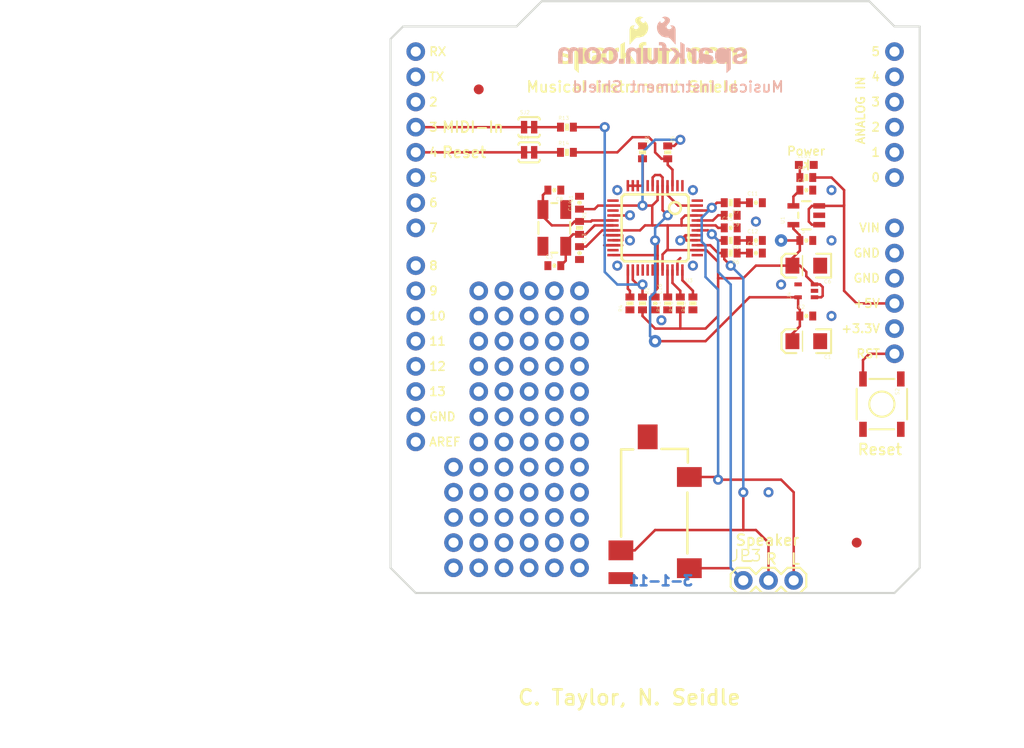
<source format=kicad_pcb>
(kicad_pcb (version 20211014) (generator pcbnew)
  (layers (0 "F.Cu" signal) (31 "B.Cu" signal) (34 "B.Paste" user) (35 "F.Paste" user) (36 "B.SilkS" user "B.Silkscreen") (37 "F.SilkS" user "F.Silkscreen") (38 "B.Mask" user) (39 "F.Mask" user) (44 "Edge.Cuts" user))
  (net 0 "")
  (net 1 "GND")
  (net 2 "VCC")
  (net 3 "N$6")
  (net 4 "N$9")
  (net 5 "N$10")
  (net 6 "RESET")
  (net 7 "RX")
  (net 8 "LEFT")
  (net 9 "RIGHT")
  (net 10 "GBUF")
  (net 11 "N$1")
  (net 12 "GPIO0")
  (net 13 "GPIO1")
  (net 14 "N$2")
  (net 15 "N$5")
  (net 16 "N$3")
  (net 17 "N$130")
  (net 18 "N$131")
  (net 19 "N$132")
  (net 20 "N$133")
  (net 21 "N$4")
  (net 22 "N$16")
  (net 23 "N$17")
  (net 24 "N$18")
  (net 25 "N$19")
  (net 26 "N$20")
  (net 27 "N$28")
  (net 28 "N$29")
  (net 29 "N$30")
  (net 30 "N$31")
  (net 31 "N$32")
  (net 32 "N$40")
  (net 33 "N$41")
  (net 34 "N$42")
  (net 35 "N$43")
  (net 36 "N$44")
  (net 37 "N$52")
  (net 38 "N$53")
  (net 39 "N$54")
  (net 40 "N$55")
  (net 41 "N$56")
  (net 42 "N$64")
  (net 43 "N$65")
  (net 44 "N$66")
  (net 45 "N$67")
  (net 46 "N$68")
  (net 47 "N$76")
  (net 48 "N$77")
  (net 49 "N$78")
  (net 50 "N$79")
  (net 51 "N$80")
  (net 52 "N$88")
  (net 53 "N$89")
  (net 54 "N$90")
  (net 55 "N$91")
  (net 56 "N$92")
  (net 57 "N$100")
  (net 58 "N$101")
  (net 59 "N$102")
  (net 60 "N$103")
  (net 61 "N$104")
  (net 62 "N$112")
  (net 63 "N$113")
  (net 64 "N$114")
  (net 65 "N$115")
  (net 66 "N$116")
  (net 67 "3.3V")
  (net 68 "1.8V")
  (net 69 "ARST")
  (net 70 "N$70")
  (net 71 "G1")
  (net 72 "G2")
  (net 73 "N$73")
  (net 74 "N$95")
  (net 75 "N$96")
  (net 76 "N$97")
  (net 77 "N$99")
  (net 78 "N$105")
  (net 79 "N$106")
  (net 80 "N$107")
  (net 81 "N$110")
  (net 82 "N$111")
  (net 83 "N$122")
  (net 84 "N$123")
  (net 85 "N$124")
  (net 86 "N$125")
  (net 87 "N$126")
  (net 88 "N$127")
  (net 89 "N$7")
  (net 90 "N$11")
  (net 91 "N$13")
  (net 92 "N$8")
  (footprint "boardEagle:0402-RES" (layer "F.Cu") (at 151.0411 105.6386 90)
    (fp_text reference "R10")
    (fp_text value "100k")
  )
  (footprint "boardEagle:0402-RES" (layer "F.Cu") (at 139.6111 90.3986)
    (fp_text reference "R14")
    (fp_text value "1K")
  )
  (footprint "boardEagle:0402-CAP" (layer "F.Cu") (at 148.5011 105.6386 -90)
    (fp_text reference "C16")
    (fp_text value "0.1uF")
  )
  (footprint "boardEagle:DUEMILANOVE_SHIELD" (layer "F.Cu") (at 121.8311 134.8486)
    (fp_text reference "U2" hide)
    (fp_text value "ARDUINO_SHIELD" hide)
  )
  (footprint "boardEagle:EIA3216" (layer "F.Cu") (at 163.7411 101.8286 180)
    (fp_text reference "C6")
    (fp_text value "10uF")
  )
  (footprint "boardEagle:LQFP-48" (layer "F.Cu") (at 148.5011 98.0186 180)
    (fp_text reference "U3")
    (fp_text value "VS1053")
  )
  (footprint "boardEagle:0402-CAP" (layer "F.Cu") (at 140.8811 95.4786 90)
    (fp_text reference "C14")
    (fp_text value "0.1uF")
  )
  (footprint "boardEagle:0402-RES" (layer "F.Cu") (at 156.1211 100.5586 180)
    (fp_text reference "R6")
    (fp_text value "20")
  )
  (footprint "boardEagle:0402-CAP" (layer "F.Cu") (at 158.6611 100.5586)
    (fp_text reference "C10")
    (fp_text value "10nF")
  )
  (footprint "boardEagle:0402-CAP" (layer "F.Cu") (at 138.3411 101.8286)
    (fp_text reference "C3")
    (fp_text value "22pF")
  )
  (footprint "boardEagle:0402-CAP" (layer "F.Cu") (at 156.1211 96.7486 180)
    (fp_text reference "C9")
    (fp_text value "1.0uF")
  )
  (footprint "boardEagle:TACTILE_SWITCH_SMD" (layer "F.Cu") (at 171.3611 115.7986 -90)
    (fp_text reference "S2")
    (fp_text value "Reset")
  )
  (footprint "boardEagle:0402-RES" (layer "F.Cu") (at 152.3111 105.6386 90)
    (fp_text reference "R12")
    (fp_text value "100k")
  )
  (footprint "boardEagle:0402-CAP" (layer "F.Cu") (at 156.1211 98.0186)
    (fp_text reference "C15")
    (fp_text value "0.1uF")
  )
  (footprint "boardEagle:FIDUCIAL-1X2" (layer "F.Cu") (at 130.7211 84.0486)
    (fp_text reference "U$5" hide)
    (fp_text value "FIDUCIAL1X2" hide)
  )
  (footprint "boardEagle:0402-RES" (layer "F.Cu") (at 149.7711 90.3986 -90)
    (fp_text reference "R5")
    (fp_text value "100k")
  )
  (footprint "boardEagle:LED-0603" (layer "F.Cu") (at 163.7411 91.6686 -90)
    (fp_text reference "LED1")
    (fp_text value "Power")
  )
  (footprint "boardEagle:SC70" (layer "F.Cu") (at 163.7411 104.3686 90)
    (fp_text reference "U4")
    (fp_text value "1.8V")
  )
  (footprint "boardEagle:0402-RES" (layer "F.Cu") (at 149.7711 105.6386 90)
    (fp_text reference "R11")
    (fp_text value "100k")
  )
  (footprint "boardEagle:FIDUCIAL-1X2" (layer "F.Cu") (at 168.8211 129.7686)
    (fp_text reference "U$4" hide)
    (fp_text value "FIDUCIAL1X2" hide)
  )
  (footprint "boardEagle:0402-RES" (layer "F.Cu") (at 156.1211 95.4786 180)
    (fp_text reference "R7")
    (fp_text value "20")
  )
  (footprint "boardEagle:SFE-NEW-WEBLOGO" (layer "F.Cu") (at 138.7221 82.3976)
    (fp_text reference "U$7" hide)
    (fp_text value "LOGO-SFENEW" hide)
  )
  (footprint "boardEagle:0402-RES" (layer "F.Cu") (at 140.8811 98.0186 -90)
    (fp_text reference "R1")
    (fp_text value "1M")
  )
  (footprint "boardEagle:CRYSTAL-SMD-5X3" (layer "F.Cu") (at 138.3411 98.0186 -90)
    (fp_text reference "Q1")
    (fp_text value "12.288MHz")
  )
  (footprint "boardEagle:0402-RES" (layer "F.Cu") (at 139.6111 87.8586)
    (fp_text reference "R13")
    (fp_text value "1K")
  )
  (footprint "boardEagle:SJ_2S-TRACE" (layer "F.Cu") (at 135.8011 90.3986)
    (fp_text reference "SJ1")
    (fp_text value "NC")
  )
  (footprint "boardEagle:0402-RES" (layer "F.Cu") (at 145.9611 105.6386 90)
    (fp_text reference "R4")
    (fp_text value "100k")
  )
  (footprint "boardEagle:0402-CAP" (layer "F.Cu") (at 163.7411 94.2086)
    (fp_text reference "C4")
    (fp_text value "470pF")
  )
  (footprint "boardEagle:0402-CAP" (layer "F.Cu") (at 158.6611 99.2886)
    (fp_text reference "C12")
    (fp_text value "47nF")
  )
  (footprint "boardEagle:0402-CAP" (layer "F.Cu") (at 158.6611 95.4786)
    (fp_text reference "C11")
    (fp_text value "10nF")
  )
  (footprint "boardEagle:0402-RES" (layer "F.Cu") (at 147.2311 105.6386 -90)
    (fp_text reference "R2")
    (fp_text value "100k")
  )
  (footprint "boardEagle:0402-RES" (layer "F.Cu") (at 147.2311 90.3986 -90)
    (fp_text reference "R3")
    (fp_text value "100k")
  )
  (footprint "boardEagle:0402-RES" (layer "F.Cu") (at 163.7411 92.9386)
    (fp_text reference "R8")
    (fp_text value "330")
  )
  (footprint "boardEagle:AUDIO-JACK-3.5MM-SMD" (layer "F.Cu") (at 148.5011 134.8486 90)
    (fp_text reference "U5" hide)
    (fp_text value "" hide)
  )
  (footprint "boardEagle:0402-CAP" (layer "F.Cu") (at 163.7411 99.2886)
    (fp_text reference "C5")
    (fp_text value "0.1uF")
  )
  (footprint "boardEagle:0402-RES" (layer "F.Cu") (at 156.1211 99.2886 180)
    (fp_text reference "R9")
    (fp_text value "10")
  )
  (footprint "boardEagle:0402-CAP" (layer "F.Cu") (at 140.8811 100.5586 -90)
    (fp_text reference "C13")
    (fp_text value "0.1uF")
  )
  (footprint "boardEagle:SOT23-5" (layer "F.Cu") (at 163.7411 96.7486 90)
    (fp_text reference "U1")
    (fp_text value "3.3V")
  )
  (footprint "boardEagle:0402-CAP" (layer "F.Cu") (at 163.7411 106.9086)
    (fp_text reference "C2")
    (fp_text value "0.1uF")
  )
  (footprint "boardEagle:SJ_2S-TRACE" (layer "F.Cu") (at 135.8011 87.8586)
    (fp_text reference "SJ2")
    (fp_text value "NC")
  )
  (footprint "boardEagle:1X03" (layer "F.Cu") (at 157.3911 133.5786)
    (fp_text reference "JP3")
    (fp_text value "External Speaker")
  )
  (footprint "boardEagle:0402-CAP" (layer "F.Cu") (at 138.3411 94.2086 180)
    (fp_text reference "C8")
    (fp_text value "22pF")
  )
  (footprint "boardEagle:EIA3216" (layer "F.Cu") (at 163.7411 109.4486 180)
    (fp_text reference "C1")
    (fp_text value "10uF")
  )
  (footprint "boardEagle:CREATIVE_COMMONS" (layer "F.Cu") (at 102.7811 146.2786)
    (fp_text reference "U$3" hide)
    (fp_text value "CREATIVE_COMMONS" hide)
  )
  (footprint "boardEagle:PAD.03X.05" (layer "B.Cu") (at 161.2011 99.2886 180)
    (fp_text reference "TP1" hide)
    (fp_text value "" hide)
  )
  (footprint "boardEagle:SFE-NEW-WEBLOGO" (layer "B.Cu") (at 157.7721 82.3976 180)
    (fp_text reference "U$8" hide)
    (fp_text value "LOGO-SFENEW" hide)
  )
  (footprint "boardEagle:PAD.03X.05" (layer "B.Cu") (at 148.5011 109.4486 180)
    (fp_text reference "TP2" hide)
    (fp_text value "" hide)
  )
  (gr_line (start 172.6311 77.6986) (end 175.1711 77.6986) (layer "Edge.Cuts") (width 0.2032))
  (gr_line (start 175.1711 77.6986) (end 175.1711 132.3086) (layer "Edge.Cuts") (width 0.2032))
  (gr_line (start 123.1011 77.6986) (end 134.5311 77.6986) (layer "Edge.Cuts") (width 0.2032))
  (gr_line (start 121.8311 132.3086) (end 121.8311 78.9686) (layer "Edge.Cuts") (width 0.2032))
  (gr_line (start 170.0911 75.1586) (end 172.6311 77.6986) (layer "Edge.Cuts") (width 0.2032))
  (gr_line (start 137.0711 75.1586) (end 170.0911 75.1586) (layer "Edge.Cuts") (width 0.2032))
  (gr_line (start 175.1711 132.3086) (end 172.6311 134.8486) (layer "Edge.Cuts") (width 0.2032))
  (gr_line (start 121.8311 78.9686) (end 123.1011 77.6986) (layer "Edge.Cuts") (width 0.2032))
  (gr_line (start 172.6311 134.8486) (end 124.3711 134.8486) (layer "Edge.Cuts") (width 0.2032))
  (gr_line (start 134.5311 77.6986) (end 137.0711 75.1586) (layer "Edge.Cuts") (width 0.2032))
  (gr_line (start 124.3711 134.8486) (end 121.8311 132.3086) (layer "Edge.Cuts") (width 0.2032))
  (gr_text "3-1-11" (at 152.4381 134.2136) (layer "B.Cu") (effects (font (size 1.016 1.016) (thickness 0.254)) (justify left bottom mirror)))
  (gr_text "Musical Instrument Shield" (at 161.5821 84.4296) (layer "B.SilkS") (effects (font (size 1.0795 1.0795) (thickness 0.1905)) (justify left bottom mirror)))
  (gr_text "L" (at 162.0901 132.0546) (layer "F.SilkS") (effects (font (size 1.0795 1.0795) (thickness 0.1905)) (justify left bottom)))
  (gr_text "Reset" (at 126.9111 91.0336) (layer "F.SilkS") (effects (font (size 1.0795 1.0795) (thickness 0.1905)) (justify left bottom)))
  (gr_text "R" (at 159.5501 132.0546) (layer "F.SilkS") (effects (font (size 1.0795 1.0795) (thickness 0.1905)) (justify left bottom)))
  (gr_text "Speaker" (at 156.5021 130.1496) (layer "F.SilkS") (effects (font (size 1.0795 1.0795) (thickness 0.1905)) (justify left bottom)))
  (gr_text "C. Taylor, N. Seidle" (at 134.5311 146.2786) (layer "F.SilkS") (effects (font (size 1.5113 1.5113) (thickness 0.2667)) (justify left bottom)))
  (gr_text "Power" (at 161.7091 90.7796) (layer "F.SilkS") (effects (font (size 0.8636 0.8636) (thickness 0.1524)) (justify left bottom)))
  (gr_text "Musical Instrument Shield" (at 135.4201 84.4296) (layer "F.SilkS") (effects (font (size 1.0795 1.0795) (thickness 0.1905)) (justify left bottom)))
  (gr_text "-" (at 157.0101 132.1816) (layer "F.SilkS") (effects (font (size 1.0795 1.0795) (thickness 0.1905)) (justify left bottom)))
  (gr_text "Reset" (at 168.8211 121.0056) (layer "F.SilkS") (effects (font (size 1.0795 1.0795) (thickness 0.1905)) (justify left bottom)))
  (gr_text "MIDI-In" (at 126.9111 88.4936) (layer "F.SilkS") (effects (font (size 1.0795 1.0795) (thickness 0.1905)) (justify left bottom)))
  (segment (start 151.5611 98.7686) (end 151.5611 99.1736) (width 0.254) (layer "F.Cu") (net 1))
  (segment (start 151.5611 99.1736) (end 151.6761 99.2886) (width 0.254) (layer "F.Cu") (net 1))
  (segment (start 145.1791 99.2686) (end 145.1991 99.2886) (width 0.254) (layer "F.Cu") (net 1))
  (segment (start 145.9411 96.7686) (end 145.9611 96.7486) (width 0.254) (layer "F.Cu") (net 1))
  (segment (start 143.3621 99.7766) (end 145.1791 99.7766) (width 0.254) (layer "F.Cu") (net 1))
  (segment (start 145.9611 99.2886) (end 145.9411 99.2686) (width 0.254) (layer "F.Cu") (net 1))
  (segment (start 151.0411 99.2886) (end 151.5611 98.7686) (width 0.254) (layer "F.Cu") (net 1))
  (segment (start 144.2511 96.7686) (end 145.9411 96.7686) (width 0.254) (layer "F.Cu") (net 1))
  (segment (start 145.1791 99.2686) (end 145.1791 98.7606) (width 0.254) (layer "F.Cu") (net 1))
  (segment (start 144.2511 99.2686) (end 145.1791 99.2686) (width 0.254) (layer "F.Cu") (net 1))
  (segment (start 150.7511 101.3566) (end 151.0411 101.0666) (width 0.254) (layer "F.Cu") (net 1))
  (segment (start 149.7511 94.6966) (end 150.8231 95.7686) (width 0.254) (layer "F.Cu") (net 1))
  (segment (start 150.7511 102.2686) (end 150.7511 101.3566) (width 0.254) (layer "F.Cu") (net 1))
  (segment (start 151.6961 98.7606) (end 152.7511 98.7606) (width 0.254) (layer "F.Cu") (net 1))
  (segment (start 151.6961 99.2686) (end 152.7511 99.2686) (width 0.254) (layer "F.Cu") (net 1))
  (segment (start 151.6761 99.2886) (end 151.6961 99.2686) (width 0.254) (layer "F.Cu") (net 1))
  (segment (start 150.8231 95.7686) (end 152.7511 95.7686) (width 0.254) (layer "F.Cu") (net 1))
  (segment (start 145.1791 98.7606) (end 143.3621 98.7606) (width 0.254) (layer "F.Cu") (net 1))
  (segment (start 149.7511 94.6966) (end 149.7511 93.7686) (width 0.254) (layer "F.Cu") (net 1))
  (via (at 152.3111 94.2086) (size 1.016) (drill 0.508) (layers "F.Cu" "B.Cu") (net 1))
  (via (at 161.2011 103.7336) (size 1.016) (drill 0.508) (layers "F.Cu" "B.Cu") (net 1))
  (via (at 166.2811 106.9086) (size 1.016) (drill 0.508) (layers "F.Cu" "B.Cu") (net 1))
  (via (at 166.2811 99.2886) (size 1.016) (drill 0.508) (layers "F.Cu" "B.Cu") (net 1))
  (via (at 152.3111 101.8286) (size 1.016) (drill 0.508) (layers "F.Cu" "B.Cu") (net 1))
  (via (at 145.9611 96.7486) (size 1.016) (drill 0.508) (layers "F.Cu" "B.Cu") (net 1))
  (via (at 159.9311 124.6886) (size 1.016) (drill 0.508) (layers "F.Cu" "B.Cu") (net 1))
  (via (at 144.6911 94.2086) (size 1.016) (drill 0.508) (layers "F.Cu" "B.Cu") (net 1))
  (via (at 166.2811 94.2086) (size 1.016) (drill 0.508) (layers "F.Cu" "B.Cu") (net 1))
  (via (at 149.1361 107.3404) (size 1.016) (drill 0.508) (layers "F.Cu" "B.Cu") (net 1))
  (via (at 144.6911 101.8286) (size 1.016) (drill 0.508) (layers "F.Cu" "B.Cu") (net 1))
  (via (at 151.0411 99.2886) (size 1.016) (drill 0.508) (layers "F.Cu" "B.Cu") (net 1))
  (via (at 158.6611 97.3836) (size 1.016) (drill 0.508) (layers "F.Cu" "B.Cu") (net 1))
  (via (at 145.9611 99.2886) (size 1.016) (drill 0.508) (layers "F.Cu" "B.Cu") (net 1))
  (segment (start 167.4851 95.7986) (end 165.0412 95.7986) (width 0.254) (layer "F.Cu") (net 2))
  (segment (start 167.5511 95.7326) (end 167.5511 94.2086) (width 0.254) (layer "F.Cu") (net 2))
  (segment (start 166.2811 92.9386) (end 164.3911 92.9386) (width 0.254) (layer "F.Cu") (net 2))
  (segment (start 167.5511 95.7326) (end 167.4851 95.7986) (width 0.254) (layer "F.Cu") (net 2))
  (segment (start 163.9951 96.1136) (end 163.9951 97.3836) (width 0.254) (layer "F.Cu") (net 2))
  (segment (start 164.3101 95.7986) (end 163.9951 96.1136) (width 0.254) (layer "F.Cu") (net 2))
  (segment (start 167.5511 104.3686) (end 167.5511 95.7326) (width 0.254) (layer "F.Cu") (net 2))
  (segment (start 168.8211 105.6386) (end 167.5511 104.3686) (width 0.254) (layer "F.Cu") (net 2))
  (segment (start 165.0412 95.7986) (end 164.3101 95.7986) (width 0.254) (layer "F.Cu") (net 2))
  (segment (start 163.9951 97.3836) (end 164.3101 97.6986) (width 0.254) (layer "F.Cu") (net 2))
  (segment (start 168.8211 105.6386) (end 172.6311 105.6386) (width 0.254) (layer "F.Cu") (net 2))
  (segment (start 167.5511 94.2086) (end 166.2811 92.9386) (width 0.254) (layer "F.Cu") (net 2))
  (segment (start 164.3101 97.6986) (end 165.0412 97.6986) (width 0.254) (layer "F.Cu") (net 2))
  (segment (start 163.0911 92.9386) (end 163.0911 91.7686) (width 0.254) (layer "F.Cu") (net 3))
  (segment (start 163.0911 91.7686) (end 162.9911 91.6686) (width 0.254) (layer "F.Cu") (net 3))
  (segment (start 141.5011 98.6686) (end 142.4011 97.7686) (width 0.254) (layer "F.Cu") (net 4))
  (segment (start 140.8811 98.6686) (end 141.5011 98.6686) (width 0.254) (layer "F.Cu") (net 4))
  (segment (start 139.6111 99.7486) (end 139.6111 99.2886) (width 0.254) (layer "F.Cu") (net 4))
  (segment (start 140.2311 98.6686) (end 140.8811 98.6686) (width 0.254) (layer "F.Cu") (net 4))
  (segment (start 139.4911 99.8686) (end 139.4911 101.3286) (width 0.254) (layer "F.Cu") (net 4))
  (segment (start 139.4911 101.3286) (end 138.9911 101.8286) (width 0.254) (layer "F.Cu") (net 4))
  (segment (start 139.6111 99.2886) (end 140.2311 98.6686) (width 0.254) (layer "F.Cu") (net 4))
  (segment (start 142.4011 97.7686) (end 144.2511 97.7686) (width 0.254) (layer "F.Cu") (net 4))
  (segment (start 139.4911 99.8686) (end 139.6111 99.7486) (width 0.254) (layer "F.Cu") (net 4))
  (segment (start 138.0871 97.7646) (end 137.0711 96.7486) (width 0.254) (layer "F.Cu") (net 5))
  (segment (start 137.0711 96.2886) (end 137.1911 96.1686) (width 0.254) (layer "F.Cu") (net 5))
  (segment (start 142.0391 97.3686) (end 142.1391 97.2686) (width 0.254) (layer "F.Cu") (net 5))
  (segment (start 137.0711 96.7486) (end 137.0711 96.2886) (width 0.254) (layer "F.Cu") (net 5))
  (segment (start 137.1911 94.7086) (end 137.6911 94.2086) (width 0.254) (layer "F.Cu") (net 5))
  (segment (start 140.8811 97.3686) (end 142.0391 97.3686) (width 0.254) (layer "F.Cu") (net 5))
  (segment (start 137.1911 96.1686) (end 137.1911 94.7086) (width 0.254) (layer "F.Cu") (net 5))
  (segment (start 138.0871 97.7646) (end 139.9921 97.7646) (width 0.254) (layer "F.Cu") (net 5))
  (segment (start 142.1391 97.2686) (end 144.2511 97.2686) (width 0.254) (layer "F.Cu") (net 5))
  (segment (start 139.9921 97.7646) (end 140.3881 97.3686) (width 0.254) (layer "F.Cu") (net 5))
  (segment (start 140.3881 97.3686) (end 140.8811 97.3686) (width 0.254) (layer "F.Cu") (net 5))
  (segment (start 144.6911 90.3986) (end 146.2151 88.8746) (width 0.254) (layer "F.Cu") (net 6))
  (segment (start 148.5011 90.3986) (end 149.1511 91.0486) (width 0.254) (layer "F.Cu") (net 6))
  (segment (start 147.8661 88.8746) (end 148.5011 89.5096) (width 0.254) (layer "F.Cu") (net 6))
  (segment (start 149.7711 91.6686) (end 150.2511 92.1486) (width 0.254) (layer "F.Cu") (net 6))
  (segment (start 146.2151 88.8746) (end 147.8661 88.8746) (width 0.254) (layer "F.Cu") (net 6))
  (segment (start 149.1511 91.0486) (end 149.7711 91.0486) (width 0.254) (layer "F.Cu") (net 6))
  (segment (start 148.5011 89.5096) (end 148.5011 90.3986) (width 0.254) (layer "F.Cu") (net 6))
  (segment (start 149.7711 91.0486) (end 149.7711 91.6686) (width 0.254) (layer "F.Cu") (net 6))
  (segment (start 140.2611 90.3986) (end 144.6911 90.3986) (width 0.254) (layer "F.Cu") (net 6))
  (segment (start 150.2511 92.1486) (end 150.2511 93.7686) (width 0.254) (layer "F.Cu") (net 6))
  (segment (start 143.4211 87.8586) (end 140.2611 87.8586) (width 0.254) (layer "F.Cu") (net 7))
  (segment (start 146.2511 103.2616) (end 146.2511 102.2686) (width 0.254) (layer "F.Cu") (net 7))
  (segment (start 147.2311 103.7336) (end 146.7231 103.7336) (width 0.254) (layer "F.Cu") (net 7))
  (segment (start 146.7231 103.7336) (end 146.2511 103.2616) (width 0.254) (layer "F.Cu") (net 7))
  (segment (start 147.2311 103.7336) (end 147.2311 104.9886) (width 0.254) (layer "F.Cu") (net 7))
  (via (at 143.4211 87.8586) (size 1.016) (drill 0.508) (layers "F.Cu" "B.Cu") (net 7))
  (via (at 147.2311 103.7336) (size 1.016) (drill 0.508) (layers "F.Cu" "B.Cu") (net 7))
  (segment (start 143.4211 102.4636) (end 144.6911 103.7336) (width 0.254) (layer "B.Cu") (net 7))
  (segment (start 144.6911 103.7336) (end 147.2311 103.7336) (width 0.254) (layer "B.Cu") (net 7))
  (segment (start 143.4211 102.4636) (end 143.4211 87.8586) (width 0.254) (layer "B.Cu") (net 7))
  (segment (start 151.9511 123.1486) (end 154.5811 123.1486) (width 0.254) (layer "F.Cu") (net 8))
  (segment (start 154.2161 95.9866) (end 153.9341 96.2686) (width 0.254) (layer "F.Cu") (net 8))
  (segment (start 154.7241 95.4786) (end 155.4711 95.4786) (width 0.254) (layer "F.Cu") (net 8))
  (segment (start 153.9341 96.2686) (end 152.7511 96.2686) (width 0.254) (layer "F.Cu") (net 8))
  (segment (start 161.2011 123.4186) (end 162.4711 124.6886) (width 0.254) (layer "F.Cu") (net 8))
  (segment (start 154.5811 123.1486) (end 154.8511 123.4186) (width 0.254) (layer "F.Cu") (net 8))
  (segment (start 162.4711 124.6886) (end 162.4711 133.5786) (width 0.254) (layer "F.Cu") (net 8))
  (segment (start 154.8511 123.4186) (end 161.2011 123.4186) (width 0.254) (layer "F.Cu") (net 8))
  (segment (start 154.2161 95.9866) (end 154.7241 95.4786) (width 0.254) (layer "F.Cu") (net 8))
  (via (at 154.2161 95.9866) (size 1.016) (drill 0.508) (layers "F.Cu" "B.Cu") (net 8))
  (via (at 154.8511 123.4186) (size 1.016) (drill 0.508) (layers "F.Cu" "B.Cu") (net 8))
  (segment (start 153.2001 99.4156) (end 153.2001 97.0026) (width 0.254) (layer "B.Cu") (net 8))
  (segment (start 153.2001 97.0026) (end 154.2161 95.9866) (width 0.254) (layer "B.Cu") (net 8))
  (segment (start 153.5811 102.9716) (end 153.5811 99.7966) (width 0.254) (layer "B.Cu") (net 8))
  (segment (start 154.8511 104.2416) (end 153.5811 102.9716) (width 0.254) (layer "B.Cu") (net 8))
  (segment (start 154.8511 123.4186) (end 154.8511 104.2416) (width 0.254) (layer "B.Cu") (net 8))
  (segment (start 153.5811 99.7966) (end 153.2001 99.4156) (width 0.254) (layer "B.Cu") (net 8))
  (segment (start 155.4711 100.5586) (end 154.8511 100.5586) (width 0.254) (layer "F.Cu") (net 9))
  (segment (start 157.3911 128.4986) (end 157.3911 124.6886) (width 0.254) (layer "F.Cu") (net 9))
  (segment (start 146.4511 130.5486) (end 148.5011 128.4986) (width 0.254) (layer "F.Cu") (net 9))
  (segment (start 154.0611 99.7686) (end 152.7511 99.7686) (width 0.254) (layer "F.Cu") (net 9))
  (segment (start 155.4711 101.1786) (end 155.4711 100.5586) (width 0.254) (layer "F.Cu") (net 9))
  (segment (start 148.5011 128.4986) (end 157.3911 128.4986) (width 0.254) (layer "F.Cu") (net 9))
  (segment (start 145.0511 130.5486) (end 146.4511 130.5486) (width 0.254) (layer "F.Cu") (net 9))
  (segment (start 158.6611 128.4986) (end 159.9311 129.7686) (width 0.254) (layer "F.Cu") (net 9))
  (segment (start 159.9311 129.7686) (end 159.9311 133.5786) (width 0.254) (layer "F.Cu") (net 9))
  (segment (start 154.8511 100.5586) (end 154.0611 99.7686) (width 0.254) (layer "F.Cu") (net 9))
  (segment (start 156.1211 101.8286) (end 155.4711 101.1786) (width 0.254) (layer "F.Cu") (net 9))
  (segment (start 157.3911 128.4986) (end 158.6611 128.4986) (width 0.254) (layer "F.Cu") (net 9))
  (via (at 157.3911 124.6886) (size 1.016) (drill 0.508) (layers "F.Cu" "B.Cu") (net 9))
  (via (at 156.1211 101.8286) (size 1.016) (drill 0.508) (layers "F.Cu" "B.Cu") (net 9))
  (segment (start 157.3911 103.0986) (end 156.1211 101.8286) (width 0.254) (layer "B.Cu") (net 9))
  (segment (start 157.3911 124.6886) (end 157.3911 103.0986) (width 0.254) (layer "B.Cu") (net 9))
  (segment (start 154.2161 98.6536) (end 154.8511 99.2886) (width 0.254) (layer "F.Cu") (net 10))
  (segment (start 156.1611 132.3486) (end 157.3911 133.5786) (width 0.254) (layer "F.Cu") (net 10))
  (segment (start 153.8311 98.2686) (end 152.7511 98.2686) (width 0.254) (layer "F.Cu") (net 10))
  (segment (start 151.9511 132.3486) (end 156.1611 132.3486) (width 0.254) (layer "F.Cu") (net 10))
  (segment (start 154.8511 99.2886) (end 155.4711 99.2886) (width 0.254) (layer "F.Cu") (net 10))
  (segment (start 154.2161 98.6536) (end 153.8311 98.2686) (width 0.254) (layer "F.Cu") (net 10))
  (via (at 154.2161 98.6536) (size 1.016) (drill 0.508) (layers "F.Cu" "B.Cu") (net 10))
  (segment (start 157.3911 133.5786) (end 156.1211 132.3086) (width 0.254) (layer "B.Cu") (net 10))
  (segment (start 154.8511 99.2886) (end 154.2161 98.6536) (width 0.254) (layer "B.Cu") (net 10))
  (segment (start 154.8511 102.4636) (end 154.8511 99.2886) (width 0.254) (layer "B.Cu") (net 10))
  (segment (start 156.1211 132.3086) (end 156.1211 103.7336) (width 0.254) (layer "B.Cu") (net 10))
  (segment (start 156.1211 103.7336) (end 154.8511 102.4636) (width 0.254) (layer "B.Cu") (net 10))
  (segment (start 154.8511 96.7486) (end 155.4711 96.7486) (width 0.254) (layer "F.Cu") (net 11))
  (segment (start 152.7511 97.2686) (end 154.3311 97.2686) (width 0.254) (layer "F.Cu") (net 11))
  (segment (start 154.3311 97.2686) (end 154.8511 96.7486) (width 0.254) (layer "F.Cu") (net 11))
  (segment (start 149.7511 104.9686) (end 149.7511 102.2686) (width 0.254) (layer "F.Cu") (net 12))
  (segment (start 149.7511 104.9686) (end 149.7711 104.9886) (width 0.254) (layer "F.Cu") (net 12))
  (segment (start 150.2511 103.5786) (end 150.2511 102.2686) (width 0.254) (layer "F.Cu") (net 13))
  (segment (start 151.0411 104.3686) (end 150.2511 103.5786) (width 0.254) (layer "F.Cu") (net 13))
  (segment (start 151.0411 104.9886) (end 151.0411 104.3686) (width 0.254) (layer "F.Cu") (net 13))
  (segment (start 156.7711 99.2886) (end 158.0111 99.2886) (width 0.254) (layer "F.Cu") (net 14))
  (segment (start 156.7711 95.4786) (end 158.0111 95.4786) (width 0.254) (layer "F.Cu") (net 15))
  (segment (start 156.7711 100.5586) (end 158.0111 100.5586) (width 0.254) (layer "F.Cu") (net 16))
  (via (at 130.7211 111.9886) (size 1.8796) (drill 1.016) (layers "F.Cu" "B.Cu") (net 17))
  (via (at 133.2611 111.9886) (size 1.8796) (drill 1.016) (layers "F.Cu" "B.Cu") (net 18))
  (via (at 135.8011 111.9886) (size 1.8796) (drill 1.016) (layers "F.Cu" "B.Cu") (net 19))
  (via (at 138.3411 111.9886) (size 1.8796) (drill 1.016) (layers "F.Cu" "B.Cu") (net 20))
  (via (at 140.8811 111.9886) (size 1.8796) (drill 1.016) (layers "F.Cu" "B.Cu") (net 21))
  (via (at 130.7211 114.5286) (size 1.8796) (drill 1.016) (layers "F.Cu" "B.Cu") (net 22))
  (via (at 133.2611 114.5286) (size 1.8796) (drill 1.016) (layers "F.Cu" "B.Cu") (net 23))
  (via (at 135.8011 114.5286) (size 1.8796) (drill 1.016) (layers "F.Cu" "B.Cu") (net 24))
  (via (at 138.3411 114.5286) (size 1.8796) (drill 1.016) (layers "F.Cu" "B.Cu") (net 25))
  (via (at 140.8811 114.5286) (size 1.8796) (drill 1.016) (layers "F.Cu" "B.Cu") (net 26))
  (via (at 130.7211 117.0686) (size 1.8796) (drill 1.016) (layers "F.Cu" "B.Cu") (net 27))
  (via (at 133.2611 117.0686) (size 1.8796) (drill 1.016) (layers "F.Cu" "B.Cu") (net 28))
  (via (at 135.8011 117.0686) (size 1.8796) (drill 1.016) (layers "F.Cu" "B.Cu") (net 29))
  (via (at 138.3411 117.0686) (size 1.8796) (drill 1.016) (layers "F.Cu" "B.Cu") (net 30))
  (via (at 140.8811 117.0686) (size 1.8796) (drill 1.016) (layers "F.Cu" "B.Cu") (net 31))
  (via (at 130.7211 119.6086) (size 1.8796) (drill 1.016) (layers "F.Cu" "B.Cu") (net 32))
  (via (at 133.2611 119.6086) (size 1.8796) (drill 1.016) (layers "F.Cu" "B.Cu") (net 33))
  (via (at 135.8011 119.6086) (size 1.8796) (drill 1.016) (layers "F.Cu" "B.Cu") (net 34))
  (via (at 138.3411 119.6086) (size 1.8796) (drill 1.016) (layers "F.Cu" "B.Cu") (net 35))
  (via (at 140.8811 119.6086) (size 1.8796) (drill 1.016) (layers "F.Cu" "B.Cu") (net 36))
  (via (at 130.7211 122.1486) (size 1.8796) (drill 1.016) (layers "F.Cu" "B.Cu") (net 37))
  (via (at 133.2611 122.1486) (size 1.8796) (drill 1.016) (layers "F.Cu" "B.Cu") (net 38))
  (via (at 135.8011 122.1486) (size 1.8796) (drill 1.016) (layers "F.Cu" "B.Cu") (net 39))
  (via (at 138.3411 122.1486) (size 1.8796) (drill 1.016) (layers "F.Cu" "B.Cu") (net 40))
  (via (at 140.8811 122.1486) (size 1.8796) (drill 1.016) (layers "F.Cu" "B.Cu") (net 41))
  (via (at 130.7211 124.6886) (size 1.8796) (drill 1.016) (layers "F.Cu" "B.Cu") (net 42))
  (via (at 133.2611 124.6886) (size 1.8796) (drill 1.016) (layers "F.Cu" "B.Cu") (net 43))
  (via (at 135.8011 124.6886) (size 1.8796) (drill 1.016) (layers "F.Cu" "B.Cu") (net 44))
  (via (at 138.3411 124.6886) (size 1.8796) (drill 1.016) (layers "F.Cu" "B.Cu") (net 45))
  (via (at 140.8811 124.6886) (size 1.8796) (drill 1.016) (layers "F.Cu" "B.Cu") (net 46))
  (via (at 130.7211 127.2286) (size 1.8796) (drill 1.016) (layers "F.Cu" "B.Cu") (net 47))
  (via (at 133.2611 127.2286) (size 1.8796) (drill 1.016) (layers "F.Cu" "B.Cu") (net 48))
  (via (at 135.8011 127.2286) (size 1.8796) (drill 1.016) (layers "F.Cu" "B.Cu") (net 49))
  (via (at 138.3411 127.2286) (size 1.8796) (drill 1.016) (layers "F.Cu" "B.Cu") (net 50))
  (via (at 140.8811 127.2286) (size 1.8796) (drill 1.016) (layers "F.Cu" "B.Cu") (net 51))
  (via (at 130.7211 129.7686) (size 1.8796) (drill 1.016) (layers "F.Cu" "B.Cu") (net 52))
  (via (at 133.2611 129.7686) (size 1.8796) (drill 1.016) (layers "F.Cu" "B.Cu") (net 53))
  (via (at 135.8011 129.7686) (size 1.8796) (drill 1.016) (layers "F.Cu" "B.Cu") (net 54))
  (via (at 138.3411 129.7686) (size 1.8796) (drill 1.016) (layers "F.Cu" "B.Cu") (net 55))
  (via (at 140.8811 129.7686) (size 1.8796) (drill 1.016) (layers "F.Cu" "B.Cu") (net 56))
  (via (at 130.7211 132.3086) (size 1.8796) (drill 1.016) (layers "F.Cu" "B.Cu") (net 57))
  (via (at 133.2611 132.3086) (size 1.8796) (drill 1.016) (layers "F.Cu" "B.Cu") (net 58))
  (via (at 135.8011 132.3086) (size 1.8796) (drill 1.016) (layers "F.Cu" "B.Cu") (net 59))
  (via (at 138.3411 132.3086) (size 1.8796) (drill 1.016) (layers "F.Cu" "B.Cu") (net 60))
  (via (at 140.8811 132.3086) (size 1.8796) (drill 1.016) (layers "F.Cu" "B.Cu") (net 61))
  (via (at 128.1811 122.1486) (size 1.8796) (drill 1.016) (layers "F.Cu" "B.Cu") (net 62))
  (via (at 128.1811 124.6886) (size 1.8796) (drill 1.016) (layers "F.Cu" "B.Cu") (net 63))
  (via (at 128.1811 127.2286) (size 1.8796) (drill 1.016) (layers "F.Cu" "B.Cu") (net 64))
  (via (at 128.1811 129.7686) (size 1.8796) (drill 1.016) (layers "F.Cu" "B.Cu") (net 65))
  (via (at 128.1811 132.3086) (size 1.8796) (drill 1.016) (layers "F.Cu" "B.Cu") (net 66))
  (segment (start 151.1681 97.1296) (end 151.5291 96.7686) (width 0.254) (layer "F.Cu") (net 67))
  (segment (start 153.5811 108.1786) (end 151.0411 108.1786) (width 0.254) (layer "F.Cu") (net 67))
  (segment (start 157.3911 103.0986) (end 158.6611 101.8286) (width 0.254) (layer "F.Cu") (net 67))
  (segment (start 163.7411 102.8936) (end 164.5661 103.7186) (width 0.254) (layer "F.Cu") (net 67))
  (segment (start 165.1231 103.7186) (end 165.3921 103.9876) (width 0.254) (layer "F.Cu") (net 67))
  (segment (start 147.2311 106.9086) (end 147.2311 106.2886) (width 0.254) (layer "F.Cu") (net 67))
  (segment (start 154.8511 106.9086) (end 153.5811 108.1786) (width 0.254) (layer "F.Cu") (net 67))
  (segment (start 152.7511 100.2686) (end 153.6721 100.2686) (width 0.254) (layer "F.Cu") (net 67))
  (segment (start 148.5011 108.1786) (end 147.2311 106.9086) (width 0.254) (layer "F.Cu") (net 67))
  (segment (start 149.2511 100.6976) (end 149.2511 102.2686) (width 0.254) (layer "F.Cu") (net 67))
  (segment (start 142.3901 96.1286) (end 140.8811 96.1286) (width 0.254) (layer "F.Cu") (net 67))
  (segment (start 163.0911 99.2886) (end 161.2011 99.2886) (width 0.254) (layer "F.Cu") (net 67))
  (segment (start 148.2471 97.7686) (end 148.2111 97.7326) (width 0.254) (layer "F.Cu") (net 67))
  (segment (start 148.2111 97.7326) (end 148.2111 95.7686) (width 0.254) (layer "F.Cu") (net 67))
  (segment (start 153.6721 100.2686) (end 154.8511 101.4476) (width 0.254) (layer "F.Cu") (net 67))
  (segment (start 148.7511 95.2286) (end 148.7511 93.7686) (width 0.254) (layer "F.Cu") (net 67))
  (segment (start 162.3411 101.0696) (end 163.0911 100.3196) (width 0.254) (layer "F.Cu") (net 67))
  (segment (start 154.8511 103.0986) (end 154.8511 106.9086) (width 0.254) (layer "F.Cu") (net 67))
  (segment (start 143.1711 98.2686) (end 144.2511 98.2686) (width 0.254) (layer "F.Cu") (net 67))
  (segment (start 162.3411 101.8286) (end 162.3411 101.0696) (width 0.254) (layer "F.Cu") (net 67))
  (segment (start 151.0411 108.1786) (end 151.0411 106.2886) (width 0.254) (layer "F.Cu") (net 67))
  (segment (start 146.9811 98.2686) (end 147.4811 97.7686) (width 0.254) (layer "F.Cu") (net 67))
  (segment (start 151.0411 108.1786) (end 148.5011 108.1786) (width 0.254) (layer "F.Cu") (net 67))
  (segment (start 163.0911 100.3196) (end 163.0911 99.2886) (width 0.254) (layer "F.Cu") (net 67))
  (segment (start 149.7711 100.1776) (end 149.6801 100.2686) (width 0.254) (layer "F.Cu") (net 67))
  (segment (start 140.8811 99.9086) (end 141.5311 99.9086) (width 0.254) (layer "F.Cu") (net 67))
  (segment (start 154.8511 98.0186) (end 155.4711 98.0186) (width 0.254) (layer "F.Cu") (net 67))
  (segment (start 148.2111 95.7686) (end 148.7511 95.2286) (width 0.254) (layer "F.Cu") (net 67))
  (segment (start 154.8511 101.4476) (end 154.8511 103.0986) (width 0.254) (layer "F.Cu") (net 67))
  (segment (start 142.7501 95.7686) (end 142.3901 96.1286) (width 0.254) (layer "F.Cu") (net 67))
  (segment (start 163.0911 98.7656) (end 162.441 98.1155) (width 0.254) (layer "F.Cu") (net 67))
  (segment (start 162.441 98.1155) (end 162.441 97.6986) (width 0.254) (layer "F.Cu") (net 67))
  (segment (start 148.2471 97.7686) (end 149.7711 97.7686) (width 0.254) (layer "F.Cu") (net 67))
  (segment (start 151.1681 97.7686) (end 151.1681 97.1296) (width 0.254) (layer "F.Cu") (net 67))
  (segment (start 144.2511 98.2686) (end 146.9811 98.2686) (width 0.254) (layer "F.Cu") (net 67))
  (segment (start 144.2511 95.7686) (end 142.7501 95.7686) (width 0.254) (layer "F.Cu") (net 67))
  (segment (start 154.8511 103.0986) (end 157.3911 103.0986) (width 0.254) (layer "F.Cu") (net 67))
  (segment (start 163.1061 101.8286) (end 163.7411 102.4636) (width 0.254) (layer "F.Cu") (net 67))
  (segment (start 149.6801 100.2686) (end 152.7511 100.2686) (width 0.254) (layer "F.Cu") (net 67))
  (segment (start 158.6611 101.8286) (end 162.3411 101.8286) (width 0.254) (layer "F.Cu") (net 67))
  (segment (start 165.3921 104.8766) (end 165.2501 105.0186) (width 0.254) (layer "F.Cu") (net 67))
  (segment (start 152.7511 97.7686) (end 154.6011 97.7686) (width 0.254) (layer "F.Cu") (net 67))
  (segment (start 164.5661 103.7186) (end 165.1231 103.7186) (width 0.254) (layer "F.Cu") (net 67))
  (segment (start 165.3921 103.9876) (end 165.3921 104.8766) (width 0.254) (layer "F.Cu") (net 67))
  (segment (start 150.4211 89.7486) (end 149.7711 89.7486) (width 0.254) (layer "F.Cu") (net 67))
  (segment (start 141.5311 99.9086) (end 143.1711 98.2686) (width 0.254) (layer "F.Cu") (net 67))
  (segment (start 148.2111 95.7686) (end 147.2311 95.7686) (width 0.254) (layer "F.Cu") (net 67))
  (segment (start 154.6011 97.7686) (end 154.8511 98.0186) (width 0.254) (layer "F.Cu") (net 67))
  (segment (start 151.0411 89.1286) (end 150.4211 89.7486) (width 0.254) (layer "F.Cu") (net 67))
  (segment (start 147.4811 97.7686) (end 148.2471 97.7686) (width 0.254) (layer "F.Cu") (net 67))
  (segment (start 149.7711 97.7686) (end 149.7711 100.1776) (width 0.254) (layer "F.Cu") (net 67))
  (segment (start 163.0911 99.2886) (end 163.0911 98.7656) (width 0.254) (layer "F.Cu") (net 67))
  (segment (start 165.2501 105.0186) (end 164.5661 105.0186) (width 0.254) (layer "F.Cu") (net 67))
  (segment (start 151.5291 96.7686) (end 152.7511 96.7686) (width 0.254) (layer "F.Cu") (net 67))
  (segment (start 162.441 97.6986) (end 162.441 98.0487) (width 0.254) (layer "F.Cu") (net 67))
  (segment (start 151.1681 97.7686) (end 152.7511 97.7686) (width 0.254) (layer "F.Cu") (net 67))
  (segment (start 147.2311 95.7686) (end 144.2511 95.7686) (width 0.254) (layer "F.Cu") (net 67))
  (segment (start 162.3411 101.8286) (end 163.1061 101.8286) (width 0.254) (layer "F.Cu") (net 67))
  (segment (start 149.6801 100.2686) (end 149.2511 100.6976) (width 0.254) (layer "F.Cu") (net 67))
  (segment (start 149.7711 97.7686) (end 151.1681 97.7686) (width 0.254) (layer "F.Cu") (net 67))
  (segment (start 163.7411 102.4636) (end 163.7411 102.8936) (width 0.254) (layer "F.Cu") (net 67))
  (via (at 151.0411 89.1286) (size 1.016) (drill 0.508) (layers "F.Cu" "B.Cu") (net 67))
  (via (at 147.2311 95.7686) (size 1.016) (drill 0.508) (layers "F.Cu" "B.Cu") (net 67))
  (via (at 161.2011 99.2886) (size 1.016) (drill 0.508) (layers "F.Cu" "B.Cu") (net 67))
  (segment (start 147.2311 95.7686) (end 147.2311 90.3986) (width 0.254) (layer "B.Cu") (net 67))
  (segment (start 147.2311 90.3986) (end 148.5011 89.1286) (width 0.254) (layer "B.Cu") (net 67))
  (segment (start 148.5011 89.1286) (end 151.0411 89.1286) (width 0.254) (layer "B.Cu") (net 67))
  (segment (start 148.7511 100.8126) (end 148.7071 100.7686) (width 0.254) (layer "F.Cu") (net 68))
  (segment (start 148.7511 100.8126) (end 148.7511 102.2686) (width 0.254) (layer "F.Cu") (net 68))
  (segment (start 149.2511 96.2286) (end 149.2511 93.7686) (width 0.254) (layer "F.Cu") (net 68))
  (segment (start 158.0111 105.0186) (end 162.9161 105.0186) (width 0.254) (layer "F.Cu") (net 68))
  (segment (start 148.5011 109.4486) (end 153.5811 109.4486) (width 0.254) (layer "F.Cu") (net 68))
  (segment (start 148.2511 92.9346) (end 148.2511 93.7686) (width 0.254) (layer "F.Cu") (net 68))
  (segment (start 153.5811 109.4486) (end 158.0111 105.0186) (width 0.254) (layer "F.Cu") (net 68))
  (segment (start 163.0911 107.9396) (end 162.3411 108.6896) (width 0.254) (layer "F.Cu") (net 68))
  (segment (start 148.7511 104.1186) (end 148.5011 104.3686) (width 0.254) (layer "F.Cu") (net 68))
  (segment (start 163.0911 106.9086) (end 163.0911 107.9396) (width 0.254) (layer "F.Cu") (net 68))
  (segment (start 148.5011 104.3686) (end 148.5011 104.9886) (width 0.254) (layer "F.Cu") (net 68))
  (segment (start 149.2511 93.7686) (end 149.2511 92.9266) (width 0.254) (layer "F.Cu") (net 68))
  (segment (start 149.0091 92.6846) (end 148.5011 92.6846) (width 0.254) (layer "F.Cu") (net 68))
  (segment (start 163.0911 106.2586) (end 163.0911 106.9086) (width 0.254) (layer "F.Cu") (net 68))
  (segment (start 148.7511 102.2686) (end 148.7511 104.1186) (width 0.254) (layer "F.Cu") (net 68))
  (segment (start 162.9161 106.0836) (end 163.0911 106.2586) (width 0.254) (layer "F.Cu") (net 68))
  (segment (start 148.5011 92.6846) (end 148.2511 92.9346) (width 0.254) (layer "F.Cu") (net 68))
  (segment (start 148.7071 100.7686) (end 144.2511 100.7686) (width 0.254) (layer "F.Cu") (net 68))
  (segment (start 148.5011 99.2886) (end 148.7511 99.5386) (width 0.254) (layer "F.Cu") (net 68))
  (segment (start 162.3411 108.6896) (end 162.3411 109.4486) (width 0.254) (layer "F.Cu") (net 68))
  (segment (start 148.7511 99.5386) (end 148.7511 100.8126) (width 0.254) (layer "F.Cu") (net 68))
  (segment (start 162.9161 105.0186) (end 162.9161 106.0836) (width 0.254) (layer "F.Cu") (net 68))
  (segment (start 149.7711 96.7486) (end 149.2511 96.2286) (width 0.254) (layer "F.Cu") (net 68))
  (segment (start 149.2511 92.9266) (end 149.0091 92.6846) (width 0.254) (layer "F.Cu") (net 68))
  (via (at 149.7711 96.7486) (size 1.016) (drill 0.508) (layers "F.Cu" "B.Cu") (net 68))
  (via (at 148.5011 109.4486) (size 1.108) (drill 0.6) (layers "F.Cu" "B.Cu") (net 68))
  (via (at 148.5011 99.2886) (size 1.016) (drill 0.508) (layers "F.Cu" "B.Cu") (net 68))
  (segment (start 148.5011 99.2886) (end 148.5011 98.0186) (width 0.254) (layer "B.Cu") (net 68))
  (segment (start 148.5011 109.4486) (end 147.9931 108.9406) (width 0.254) (layer "B.Cu") (net 68))
  (segment (start 148.5011 98.0186) (end 149.7711 96.7486) (width 0.254) (layer "B.Cu") (net 68))
  (segment (start 147.9931 108.9406) (end 147.9931 105.0036) (width 0.254) (layer "B.Cu") (net 68))
  (segment (start 148.5011 104.4956) (end 148.5011 99.2886) (width 0.254) (layer "B.Cu") (net 68))
  (segment (start 147.9931 105.0036) (end 148.5011 104.4956) (width 0.254) (layer "B.Cu") (net 68))
  (segment (start 170.0911 110.7186) (end 172.6311 110.7186) (width 0.254) (layer "F.Cu") (net 69))
  (segment (start 169.4561 111.3536) (end 170.0911 110.7186) (width 0.254) (layer "F.Cu") (net 69))
  (segment (start 169.4561 113.2586) (end 169.4561 111.3536) (width 0.254) (layer "F.Cu") (net 69))
  (segment (start 162.441 95.7986) (end 162.441 94.8587) (width 0.254) (layer "F.Cu") (net 70))
  (segment (start 162.441 94.8587) (end 163.0911 94.2086) (width 0.254) (layer "F.Cu") (net 70))
  (segment (start 147.2511 93.7686) (end 147.2511 91.0686) (width 0.254) (layer "F.Cu") (net 71))
  (segment (start 146.7511 93.7686) (end 147.2511 93.7686) (width 0.254) (layer "F.Cu") (net 71))
  (segment (start 146.2511 93.7686) (end 145.7511 93.7686) (width 0.254) (layer "F.Cu") (net 71))
  (segment (start 146.7511 93.7686) (end 146.2511 93.7686) (width 0.254) (layer "F.Cu") (net 71))
  (segment (start 147.2511 91.0686) (end 147.2311 91.0486) (width 0.254) (layer "F.Cu") (net 71))
  (segment (start 145.9611 104.9886) (end 145.9611 104.3686) (width 0.254) (layer "F.Cu") (net 72))
  (segment (start 145.7511 104.1586) (end 145.7511 102.2686) (width 0.254) (layer "F.Cu") (net 72))
  (segment (start 145.9611 104.3686) (end 145.7511 104.1586) (width 0.254) (layer "F.Cu") (net 72))
  (segment (start 152.3111 104.3686) (end 151.2511 103.3086) (width 0.254) (layer "F.Cu") (net 73))
  (segment (start 151.2511 103.3086) (end 151.2511 102.2686) (width 0.254) (layer "F.Cu") (net 73))
  (segment (start 152.3111 104.9886) (end 152.3111 104.3686) (width 0.254) (layer "F.Cu") (net 73))
  (via (at 140.8811 109.4486) (size 1.8796) (drill 1.016) (layers "F.Cu" "B.Cu") (net 74))
  (via (at 138.3411 109.4486) (size 1.8796) (drill 1.016) (layers "F.Cu" "B.Cu") (net 75))
  (via (at 135.8011 109.4486) (size 1.8796) (drill 1.016) (layers "F.Cu" "B.Cu") (net 76))
  (via (at 130.7211 109.4486) (size 1.8796) (drill 1.016) (layers "F.Cu" "B.Cu") (net 77))
  (via (at 130.7211 106.9086) (size 1.8796) (drill 1.016) (layers "F.Cu" "B.Cu") (net 78))
  (via (at 133.2611 109.4486) (size 1.8796) (drill 1.016) (layers "F.Cu" "B.Cu") (net 79))
  (via (at 133.2611 106.9086) (size 1.8796) (drill 1.016) (layers "F.Cu" "B.Cu") (net 80))
  (via (at 135.8011 106.9086) (size 1.8796) (drill 1.016) (layers "F.Cu" "B.Cu") (net 81))
  (via (at 138.3411 106.9086) (size 1.8796) (drill 1.016) (layers "F.Cu" "B.Cu") (net 82))
  (via (at 140.8811 106.9086) (size 1.8796) (drill 1.016) (layers "F.Cu" "B.Cu") (net 83))
  (via (at 140.8811 104.3686) (size 1.8796) (drill 1.016) (layers "F.Cu" "B.Cu") (net 84))
  (via (at 138.3411 104.3686) (size 1.8796) (drill 1.016) (layers "F.Cu" "B.Cu") (net 85))
  (via (at 135.8011 104.3686) (size 1.8796) (drill 1.016) (layers "F.Cu" "B.Cu") (net 86))
  (via (at 133.2611 104.3686) (size 1.8796) (drill 1.016) (layers "F.Cu" "B.Cu") (net 87))
  (via (at 130.7211 104.3686) (size 1.8796) (drill 1.016) (layers "F.Cu" "B.Cu") (net 88))
  (segment (start 124.3711 90.3986) (end 135.2931 90.3986) (width 0.254) (layer "F.Cu") (net 89))
  (segment (start 136.3091 90.3986) (end 138.9611 90.3986) (width 0.254) (layer "F.Cu") (net 90))
  (segment (start 124.3711 87.8586) (end 135.2931 87.8586) (width 0.254) (layer "F.Cu") (net 91))
  (segment (start 136.3091 87.8586) (end 138.9611 87.8586) (width 0.254) (layer "F.Cu") (net 92))
)
</source>
